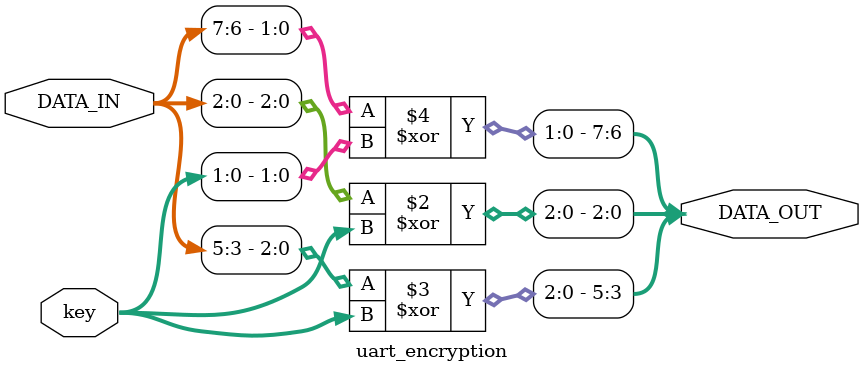
<source format=v>
`timescale 1ns/1ps

module uart_encryption(DATA_IN , key, DATA_OUT);
	
	/* 
	we will perform a simple encryption using DATA_OUT = DATA_IN XOR key
	this way, we can encrypt the data before tranmittion , and then after we receive them to decrypt, 
	we just XOR again with same key (in our case baud select) and we will get the original message
	because ((A XOR B) XOR B) = A 
	*/
	
	input [7:0] DATA_IN ; //DATA 
	input [2:0] key ; //we will set it so key for encryption is the same as baud select
	output reg [7:0] DATA_OUT ;

	always @ (DATA_IN)
	begin
		DATA_OUT[2:0] = DATA_IN[2:0] ^ key ; 
		DATA_OUT[5:3] = DATA_IN[5:3] ^ key ; 
		DATA_OUT[7:6] = DATA_IN[7:6] ^ key[1:0] ;  
	end

endmodule	
 	
</source>
